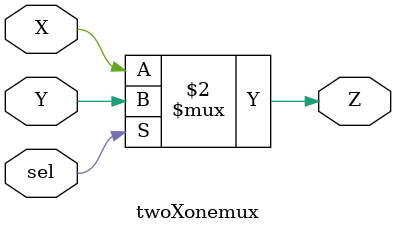
<source format=v>
`timescale 1ns / 1ps


module twoXonemux (input X, input Y, input sel,output Z);
assign Z = ~sel ? X :Y;
endmodule

</source>
